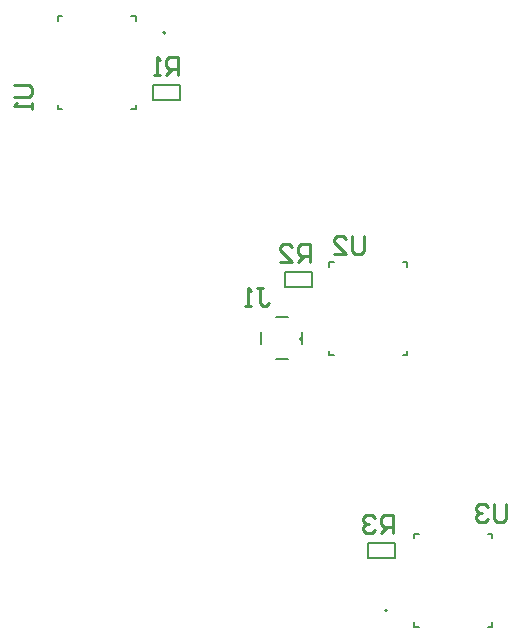
<source format=gbo>
G04*
G04 #@! TF.GenerationSoftware,Altium Limited,Altium Designer,22.1.2 (22)*
G04*
G04 Layer_Color=65535*
%FSLAX25Y25*%
%MOIN*%
G70*
G04*
G04 #@! TF.SameCoordinates,036337EA-FE27-457D-A10F-76BC7524DD3D*
G04*
G04*
G04 #@! TF.FilePolarity,Positive*
G04*
G01*
G75*
%ADD10C,0.01000*%
%ADD28C,0.00600*%
%ADD29C,0.00800*%
D10*
X107552Y280500D02*
X112550D01*
X113550Y279500D01*
Y277501D01*
X112550Y276501D01*
X107552D01*
X113550Y274502D02*
Y272503D01*
Y273502D01*
X107552D01*
X108552Y274502D01*
X224405Y230387D02*
Y225389D01*
X223405Y224389D01*
X221406D01*
X220406Y225389D01*
Y230387D01*
X214408Y224389D02*
X218407D01*
X214408Y228388D01*
Y229387D01*
X215408Y230387D01*
X217407D01*
X218407Y229387D01*
X271700Y140998D02*
Y136000D01*
X270700Y135000D01*
X268701D01*
X267701Y136000D01*
Y140998D01*
X265702Y139998D02*
X264702Y140998D01*
X262703D01*
X261703Y139998D01*
Y138999D01*
X262703Y137999D01*
X263703D01*
X262703D01*
X261703Y136999D01*
Y136000D01*
X262703Y135000D01*
X264702D01*
X265702Y136000D01*
X233800Y131300D02*
Y137298D01*
X230801D01*
X229801Y136298D01*
Y134299D01*
X230801Y133299D01*
X233800D01*
X231801D02*
X229801Y131300D01*
X227802Y136298D02*
X226802Y137298D01*
X224803D01*
X223803Y136298D01*
Y135299D01*
X224803Y134299D01*
X225803D01*
X224803D01*
X223803Y133299D01*
Y132300D01*
X224803Y131300D01*
X226802D01*
X227802Y132300D01*
X188500Y212999D02*
X190499D01*
X189500D01*
Y208001D01*
X190499Y207001D01*
X191499D01*
X192499Y208001D01*
X186501Y207001D02*
X184501D01*
X185501D01*
Y212999D01*
X186501Y211999D01*
X162300Y283800D02*
Y289798D01*
X159301D01*
X158301Y288798D01*
Y286799D01*
X159301Y285799D01*
X162300D01*
X160301D02*
X158301Y283800D01*
X156302D02*
X154303D01*
X155302D01*
Y289798D01*
X156302Y288798D01*
X206200Y221700D02*
Y227698D01*
X203201D01*
X202201Y226698D01*
Y224699D01*
X203201Y223699D01*
X206200D01*
X204201D02*
X202201Y221700D01*
X196203D02*
X200202D01*
X196203Y225699D01*
Y226698D01*
X197203Y227698D01*
X199202D01*
X200202Y226698D01*
D28*
X158050Y298000D02*
G03*
X158050Y298000I-400J0D01*
G01*
X203609Y195976D02*
G03*
X203609Y195976I-400J0D01*
G01*
X232000Y105500D02*
G03*
X232000Y105500I-400J0D01*
G01*
X148250Y302000D02*
Y303500D01*
X146750D02*
X148250D01*
X122250D02*
X123750D01*
X122250Y302000D02*
Y303500D01*
Y272500D02*
Y274000D01*
Y272500D02*
X123750D01*
X146750D02*
X148250D01*
Y274000D01*
X212609Y219976D02*
Y221476D01*
X214109D01*
X237109D02*
X238609D01*
Y219976D02*
Y221476D01*
Y190476D02*
Y191976D01*
X237109Y190476D02*
X238609D01*
X212609D02*
X214109D01*
X212609D02*
Y191976D01*
X241000Y100000D02*
Y101500D01*
Y100000D02*
X242500D01*
X265500D02*
X267000D01*
Y101500D01*
Y129500D02*
Y131000D01*
X265500D02*
X267000D01*
X241000D02*
X242500D01*
X241000Y129500D02*
Y131000D01*
X225500Y123000D02*
X234500D01*
X225500Y128000D02*
X234500D01*
X225500Y123000D02*
Y128000D01*
X234500Y123000D02*
Y128000D01*
X225500Y123000D02*
X234500D01*
X225500Y128000D02*
X234500D01*
X225500Y123000D02*
Y128000D01*
X234500Y123000D02*
Y128000D01*
X153969Y280500D02*
X162969D01*
X153969Y275500D02*
X162969D01*
Y280500D01*
X153969Y275500D02*
Y280500D01*
X162969D01*
X153969Y275500D02*
X162969D01*
Y280500D01*
X153969Y275500D02*
Y280500D01*
X197906Y213388D02*
X206906D01*
X197906Y218388D02*
X206906D01*
X197906Y213388D02*
Y218388D01*
X206906Y213388D02*
Y218388D01*
X197906Y213388D02*
X206906D01*
X197906Y218388D02*
X206906D01*
X197906Y213388D02*
Y218388D01*
X206906Y213388D02*
Y218388D01*
D29*
X194882Y189411D02*
X198819D01*
X189961Y194332D02*
Y198269D01*
X194882Y203190D02*
X198819D01*
X203740Y194332D02*
Y198269D01*
M02*

</source>
